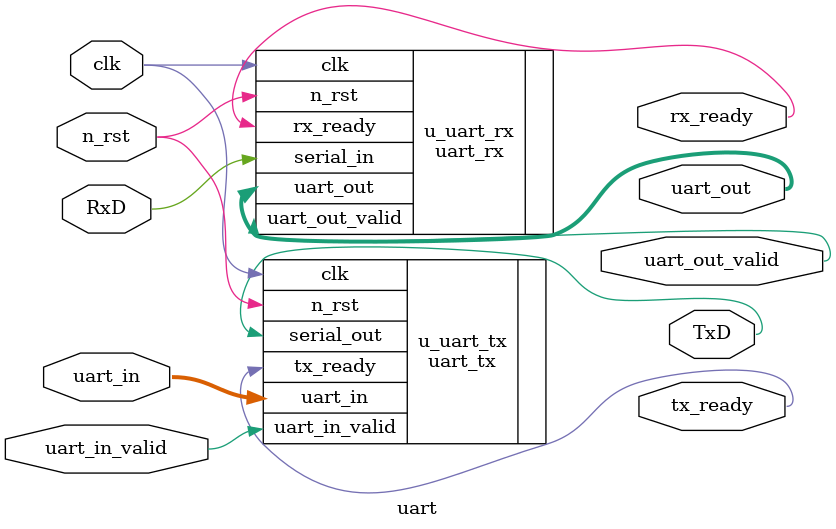
<source format=v>
module uart(
    input clk,
    input n_rst,

    output [7:0] uart_out,
    output uart_out_valid,
    output rx_ready,

    input [7:0] uart_in,
    input uart_in_valid,
    output tx_ready,

    input RxD, 
    output TxD
);

    localparam CLK_FREQ = 50_000_000;
    localparam BAUD_RATE = 115_200;

    uart_rx #(
        .CLK_FREQ(CLK_FREQ),
        .BAUD_RATE(BAUD_RATE)
    )u_uart_rx(
        .clk (clk),
        .n_rst (n_rst),

        .uart_out (uart_out),
        .uart_out_valid (uart_out_valid),
        .rx_ready (rx_ready),

        .serial_in (RxD)
    );

    uart_tx #(
        .CLK_FREQ(CLK_FREQ),
        .BAUD_RATE(BAUD_RATE)
    )u_uart_tx(
        .clk (clk),
        .n_rst (n_rst),

        .uart_in (uart_in),
        .uart_in_valid (uart_in_valid),
        .tx_ready (tx_ready),
        
        .serial_out (TxD)
    );
endmodule
</source>
